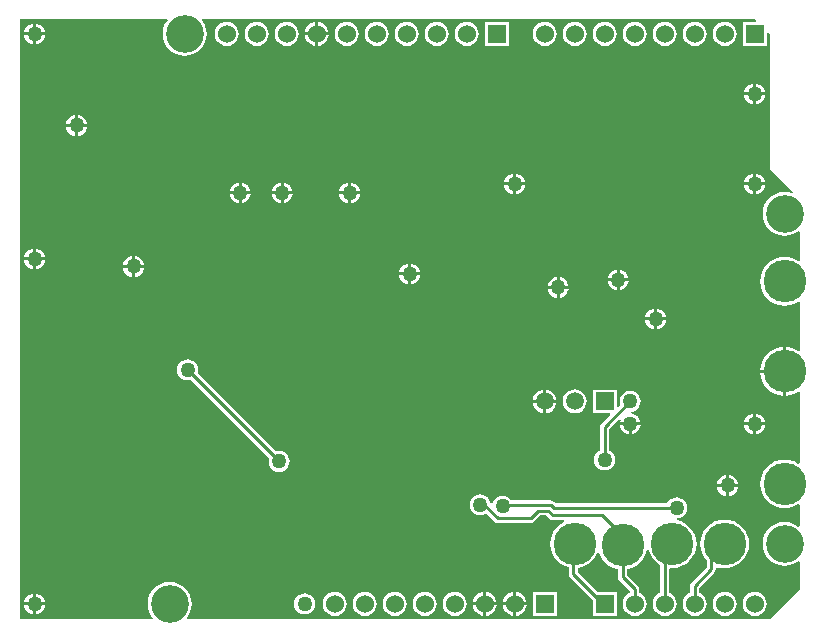
<source format=gbl>
%FSLAX44Y44*%
%MOMM*%
G71*
G01*
G75*
G04 Layer_Physical_Order=2*
G04 Layer_Color=16711680*
G04:AMPARAMS|DCode=10|XSize=0.7112mm|YSize=0.8128mm|CornerRadius=0.0711mm|HoleSize=0mm|Usage=FLASHONLY|Rotation=270.000|XOffset=0mm|YOffset=0mm|HoleType=Round|Shape=RoundedRectangle|*
%AMROUNDEDRECTD10*
21,1,0.7112,0.6706,0,0,270.0*
21,1,0.5690,0.8128,0,0,270.0*
1,1,0.1422,-0.3353,-0.2845*
1,1,0.1422,-0.3353,0.2845*
1,1,0.1422,0.3353,0.2845*
1,1,0.1422,0.3353,-0.2845*
%
%ADD10ROUNDEDRECTD10*%
G04:AMPARAMS|DCode=11|XSize=0.7112mm|YSize=0.8128mm|CornerRadius=0.0711mm|HoleSize=0mm|Usage=FLASHONLY|Rotation=180.000|XOffset=0mm|YOffset=0mm|HoleType=Round|Shape=RoundedRectangle|*
%AMROUNDEDRECTD11*
21,1,0.7112,0.6706,0,0,180.0*
21,1,0.5690,0.8128,0,0,180.0*
1,1,0.1422,-0.2845,0.3353*
1,1,0.1422,0.2845,0.3353*
1,1,0.1422,0.2845,-0.3353*
1,1,0.1422,-0.2845,-0.3353*
%
%ADD11ROUNDEDRECTD11*%
G04:AMPARAMS|DCode=12|XSize=0.75mm|YSize=1.5mm|CornerRadius=0.075mm|HoleSize=0mm|Usage=FLASHONLY|Rotation=90.000|XOffset=0mm|YOffset=0mm|HoleType=Round|Shape=RoundedRectangle|*
%AMROUNDEDRECTD12*
21,1,0.7500,1.3500,0,0,90.0*
21,1,0.6000,1.5000,0,0,90.0*
1,1,0.1500,0.6750,0.3000*
1,1,0.1500,0.6750,-0.3000*
1,1,0.1500,-0.6750,-0.3000*
1,1,0.1500,-0.6750,0.3000*
%
%ADD12ROUNDEDRECTD12*%
%ADD13R,1.2000X1.5000*%
%ADD14R,1.5000X1.2000*%
%ADD15R,1.5000X0.8000*%
%ADD16R,1.7000X1.4000*%
%ADD17R,1.2000X3.0000*%
%ADD18C,0.2540*%
%ADD19C,3.6000*%
%ADD20R,1.5000X1.5000*%
%ADD21C,1.5000*%
%ADD22C,1.5240*%
%ADD23R,1.5240X1.5240*%
%ADD24C,3.2000*%
%ADD25C,1.2700*%
G36*
X636367Y519333D02*
X635881Y518160D01*
X624840D01*
Y497840D01*
X645160D01*
Y508881D01*
X646333Y509367D01*
X647700Y508000D01*
Y393700D01*
X667144Y374255D01*
X666471Y373133D01*
X664035Y373872D01*
X660400Y374230D01*
X656766Y373872D01*
X653271Y372812D01*
X650050Y371090D01*
X647227Y368773D01*
X644910Y365950D01*
X643188Y362729D01*
X642128Y359235D01*
X641770Y355600D01*
X642128Y351965D01*
X643188Y348471D01*
X644910Y345250D01*
X647227Y342427D01*
X650050Y340110D01*
X653271Y338388D01*
X656766Y337328D01*
X660400Y336970D01*
X664035Y337328D01*
X667529Y338388D01*
X670750Y340110D01*
X671952Y341096D01*
X673100Y340553D01*
Y316084D01*
X671952Y315541D01*
X671867Y315611D01*
X668298Y317518D01*
X664426Y318693D01*
X660400Y319089D01*
X656374Y318693D01*
X652502Y317518D01*
X648933Y315611D01*
X645806Y313044D01*
X643239Y309917D01*
X641332Y306348D01*
X640157Y302477D01*
X639761Y298450D01*
X640157Y294424D01*
X641332Y290552D01*
X643239Y286983D01*
X645806Y283856D01*
X648933Y281289D01*
X652502Y279382D01*
X656374Y278207D01*
X660400Y277811D01*
X664426Y278207D01*
X668298Y279382D01*
X671867Y281289D01*
X671952Y281359D01*
X673100Y280816D01*
Y239884D01*
X671952Y239341D01*
X671867Y239411D01*
X668298Y241318D01*
X664426Y242493D01*
X661670Y242764D01*
Y222250D01*
Y201736D01*
X664426Y202007D01*
X668298Y203182D01*
X671867Y205089D01*
X671952Y205159D01*
X673100Y204616D01*
Y144634D01*
X671952Y144091D01*
X671867Y144161D01*
X668298Y146068D01*
X664426Y147243D01*
X660400Y147639D01*
X656374Y147243D01*
X652502Y146068D01*
X648933Y144161D01*
X645806Y141594D01*
X643239Y138467D01*
X641332Y134898D01*
X640157Y131026D01*
X639761Y127000D01*
X640157Y122973D01*
X641332Y119102D01*
X643239Y115533D01*
X645806Y112406D01*
X648933Y109839D01*
X652502Y107932D01*
X656374Y106757D01*
X660400Y106361D01*
X664426Y106757D01*
X668298Y107932D01*
X671867Y109839D01*
X671952Y109909D01*
X673100Y109366D01*
Y91247D01*
X671952Y90704D01*
X670750Y91690D01*
X667529Y93412D01*
X664035Y94472D01*
X660400Y94830D01*
X656766Y94472D01*
X653271Y93412D01*
X650050Y91690D01*
X647227Y89373D01*
X644910Y86550D01*
X643188Y83329D01*
X642128Y79834D01*
X641770Y76200D01*
X642128Y72565D01*
X643188Y69071D01*
X644910Y65850D01*
X647227Y63027D01*
X650050Y60710D01*
X653271Y58988D01*
X656766Y57928D01*
X660400Y57570D01*
X664035Y57928D01*
X667529Y58988D01*
X670750Y60710D01*
X671952Y61696D01*
X673100Y61153D01*
Y38100D01*
X647700Y12700D01*
X154747D01*
X154204Y13848D01*
X155190Y15050D01*
X156912Y18271D01*
X157972Y21765D01*
X158330Y25400D01*
X157972Y29035D01*
X156912Y32529D01*
X155190Y35750D01*
X152873Y38573D01*
X150050Y40890D01*
X146829Y42612D01*
X143335Y43672D01*
X139700Y44030D01*
X136066Y43672D01*
X132571Y42612D01*
X129350Y40890D01*
X126527Y38573D01*
X124210Y35750D01*
X122488Y32529D01*
X121428Y29035D01*
X121070Y25400D01*
X121428Y21765D01*
X122488Y18271D01*
X124210Y15050D01*
X125196Y13848D01*
X124653Y12700D01*
X12700D01*
Y520700D01*
X137353D01*
X137896Y519552D01*
X136910Y518350D01*
X135188Y515129D01*
X134128Y511634D01*
X133770Y508000D01*
X134128Y504366D01*
X135188Y500871D01*
X136910Y497650D01*
X139227Y494827D01*
X142050Y492510D01*
X145271Y490788D01*
X148765Y489728D01*
X152400Y489370D01*
X156034Y489728D01*
X159529Y490788D01*
X162750Y492510D01*
X165573Y494827D01*
X167890Y497650D01*
X169612Y500871D01*
X170672Y504366D01*
X171030Y508000D01*
X170672Y511634D01*
X169612Y515129D01*
X167890Y518350D01*
X166904Y519552D01*
X167447Y520700D01*
X635000D01*
X636367Y519333D01*
D02*
G37*
%LPC*%
G36*
X458470Y206809D02*
Y198120D01*
X467159D01*
X466982Y199471D01*
X465970Y201913D01*
X464361Y204011D01*
X462263Y205620D01*
X459821Y206632D01*
X458470Y206809D01*
D02*
G37*
G36*
X467159Y195580D02*
X458470D01*
Y186891D01*
X459821Y187068D01*
X462263Y188080D01*
X464361Y189689D01*
X465970Y191787D01*
X466982Y194229D01*
X467159Y195580D01*
D02*
G37*
G36*
X455930Y206809D02*
X454579Y206632D01*
X452137Y205620D01*
X450039Y204011D01*
X448430Y201913D01*
X447418Y199471D01*
X447241Y198120D01*
X455930D01*
Y206809D01*
D02*
G37*
G36*
X549910Y265430D02*
X542380D01*
X542519Y264379D01*
X543415Y262217D01*
X544840Y260360D01*
X546697Y258935D01*
X548859Y258039D01*
X549910Y257901D01*
Y265430D01*
D02*
G37*
G36*
X559980D02*
X552450D01*
Y257901D01*
X553501Y258039D01*
X555663Y258935D01*
X557520Y260360D01*
X558945Y262217D01*
X559841Y264379D01*
X559980Y265430D01*
D02*
G37*
G36*
X659130Y220980D02*
X639886D01*
X640157Y218223D01*
X641332Y214352D01*
X643239Y210783D01*
X645806Y207656D01*
X648933Y205089D01*
X652502Y203182D01*
X656374Y202007D01*
X659130Y201736D01*
Y220980D01*
D02*
G37*
G36*
Y242764D02*
X656374Y242493D01*
X652502Y241318D01*
X648933Y239411D01*
X645806Y236844D01*
X643239Y233717D01*
X641332Y230148D01*
X640157Y226276D01*
X639886Y223520D01*
X659130D01*
Y242764D01*
D02*
G37*
G36*
X518040Y206890D02*
X497960D01*
Y186810D01*
X512397D01*
X512883Y185637D01*
X505253Y178007D01*
X504411Y176747D01*
X504115Y175260D01*
Y155333D01*
X503517Y155085D01*
X501660Y153660D01*
X500235Y151803D01*
X499339Y149641D01*
X499033Y147320D01*
X499339Y144999D01*
X500235Y142837D01*
X501660Y140980D01*
X503517Y139555D01*
X505679Y138659D01*
X508000Y138353D01*
X510321Y138659D01*
X512483Y139555D01*
X514340Y140980D01*
X515765Y142837D01*
X516661Y144999D01*
X516967Y147320D01*
X516661Y149641D01*
X515765Y151803D01*
X514340Y153660D01*
X512483Y155085D01*
X511885Y155333D01*
Y173651D01*
X520402Y182169D01*
X521479Y181449D01*
X520929Y180121D01*
X520790Y179070D01*
X538390D01*
X538251Y180121D01*
X537355Y182283D01*
X535930Y184140D01*
X534073Y185565D01*
X531911Y186461D01*
X530235Y186682D01*
X530214Y186684D01*
Y186795D01*
Y186798D01*
Y186811D01*
Y186822D01*
Y186834D01*
Y186847D01*
Y186849D01*
Y187801D01*
Y187803D01*
Y187816D01*
Y187828D01*
Y187839D01*
Y187852D01*
Y187855D01*
Y187966D01*
X530235Y187968D01*
X531911Y188189D01*
X534073Y189085D01*
X535930Y190510D01*
X537355Y192367D01*
X538251Y194529D01*
X538557Y196850D01*
X538251Y199171D01*
X537355Y201333D01*
X535930Y203190D01*
X534073Y204615D01*
X531911Y205511D01*
X529590Y205817D01*
X527269Y205511D01*
X525107Y204615D01*
X523250Y203190D01*
X521825Y201333D01*
X520929Y199171D01*
X520623Y196850D01*
X520929Y194529D01*
X521177Y193930D01*
X519213Y191967D01*
X518040Y192453D01*
Y206890D01*
D02*
G37*
G36*
X643800Y176530D02*
X636270D01*
Y169000D01*
X637321Y169139D01*
X639483Y170035D01*
X641340Y171460D01*
X642765Y173317D01*
X643661Y175479D01*
X643800Y176530D01*
D02*
G37*
G36*
X633730D02*
X626200D01*
X626339Y175479D01*
X627235Y173317D01*
X628660Y171460D01*
X630517Y170035D01*
X632679Y169139D01*
X633730Y169000D01*
Y176530D01*
D02*
G37*
G36*
Y186600D02*
X632679Y186461D01*
X630517Y185565D01*
X628660Y184140D01*
X627235Y182283D01*
X626339Y180121D01*
X626200Y179070D01*
X633730D01*
Y186600D01*
D02*
G37*
G36*
X455930Y195580D02*
X447241D01*
X447418Y194229D01*
X448430Y191787D01*
X450039Y189689D01*
X452137Y188080D01*
X454579Y187068D01*
X455930Y186891D01*
Y195580D01*
D02*
G37*
G36*
X482600Y206977D02*
X479979Y206632D01*
X477537Y205620D01*
X475439Y204011D01*
X473830Y201913D01*
X472818Y199471D01*
X472473Y196850D01*
X472818Y194229D01*
X473830Y191787D01*
X475439Y189689D01*
X477537Y188080D01*
X479979Y187068D01*
X482600Y186723D01*
X485221Y187068D01*
X487663Y188080D01*
X489761Y189689D01*
X491370Y191787D01*
X492382Y194229D01*
X492727Y196850D01*
X492382Y199471D01*
X491370Y201913D01*
X489761Y204011D01*
X487663Y205620D01*
X485221Y206632D01*
X482600Y206977D01*
D02*
G37*
G36*
X636270Y186600D02*
Y179070D01*
X643800D01*
X643661Y180121D01*
X642765Y182283D01*
X641340Y184140D01*
X639483Y185565D01*
X637321Y186461D01*
X636270Y186600D01*
D02*
G37*
G36*
X518160Y308519D02*
X517109Y308381D01*
X514947Y307485D01*
X513090Y306060D01*
X511665Y304203D01*
X510769Y302041D01*
X510630Y300990D01*
X518160D01*
Y308519D01*
D02*
G37*
G36*
X351699Y303530D02*
X344170D01*
Y296000D01*
X345221Y296139D01*
X347383Y297035D01*
X349240Y298460D01*
X350665Y300317D01*
X351561Y302479D01*
X351699Y303530D01*
D02*
G37*
G36*
X341630D02*
X334100D01*
X334239Y302479D01*
X335135Y300317D01*
X336560Y298460D01*
X338417Y297035D01*
X340579Y296139D01*
X341630Y296000D01*
Y303530D01*
D02*
G37*
G36*
X520700Y308519D02*
Y300990D01*
X528229D01*
X528091Y302041D01*
X527195Y304203D01*
X525770Y306060D01*
X523913Y307485D01*
X521751Y308381D01*
X520700Y308519D01*
D02*
G37*
G36*
X341630Y313599D02*
X340579Y313461D01*
X338417Y312565D01*
X336560Y311140D01*
X335135Y309283D01*
X334239Y307121D01*
X334100Y306070D01*
X341630D01*
Y313599D01*
D02*
G37*
G36*
X118020Y309880D02*
X110490D01*
Y302351D01*
X111541Y302489D01*
X113703Y303385D01*
X115560Y304810D01*
X116985Y306667D01*
X117881Y308829D01*
X118020Y309880D01*
D02*
G37*
G36*
X107950D02*
X100421D01*
X100559Y308829D01*
X101455Y306667D01*
X102880Y304810D01*
X104737Y303385D01*
X106899Y302489D01*
X107950Y302351D01*
Y309880D01*
D02*
G37*
G36*
X469900Y302169D02*
Y294640D01*
X477430D01*
X477291Y295691D01*
X476395Y297853D01*
X474970Y299710D01*
X473113Y301135D01*
X470951Y302031D01*
X469900Y302169D01*
D02*
G37*
G36*
X467360Y292100D02*
X459831D01*
X459969Y291049D01*
X460865Y288887D01*
X462290Y287030D01*
X464147Y285605D01*
X466309Y284709D01*
X467360Y284571D01*
Y292100D01*
D02*
G37*
G36*
X552450Y275499D02*
Y267970D01*
X559980D01*
X559841Y269021D01*
X558945Y271183D01*
X557520Y273040D01*
X555663Y274465D01*
X553501Y275361D01*
X552450Y275499D01*
D02*
G37*
G36*
X549910D02*
X548859Y275361D01*
X546697Y274465D01*
X544840Y273040D01*
X543415Y271183D01*
X542519Y269021D01*
X542380Y267970D01*
X549910D01*
Y275499D01*
D02*
G37*
G36*
X477430Y292100D02*
X469900D01*
Y284571D01*
X470951Y284709D01*
X473113Y285605D01*
X474970Y287030D01*
X476395Y288887D01*
X477291Y291049D01*
X477430Y292100D01*
D02*
G37*
G36*
X467360Y302169D02*
X466309Y302031D01*
X464147Y301135D01*
X462290Y299710D01*
X460865Y297853D01*
X459969Y295691D01*
X459831Y294640D01*
X467360D01*
Y302169D01*
D02*
G37*
G36*
X528229Y298450D02*
X520700D01*
Y290921D01*
X521751Y291059D01*
X523913Y291955D01*
X525770Y293380D01*
X527195Y295237D01*
X528091Y297399D01*
X528229Y298450D01*
D02*
G37*
G36*
X518160D02*
X510630D01*
X510769Y297399D01*
X511665Y295237D01*
X513090Y293380D01*
X514947Y291955D01*
X517109Y291059D01*
X518160Y290921D01*
Y298450D01*
D02*
G37*
G36*
X538390Y176530D02*
X530860D01*
Y169000D01*
X531911Y169139D01*
X534073Y170035D01*
X535930Y171460D01*
X537355Y173317D01*
X538251Y175479D01*
X538390Y176530D01*
D02*
G37*
G36*
X416480Y24130D02*
X407670D01*
Y15319D01*
X409052Y15502D01*
X411524Y16525D01*
X413646Y18154D01*
X415275Y20276D01*
X416298Y22748D01*
X416480Y24130D01*
D02*
G37*
G36*
X405130D02*
X396320D01*
X396502Y22748D01*
X397525Y20276D01*
X399154Y18154D01*
X401276Y16525D01*
X403748Y15502D01*
X405130Y15319D01*
Y24130D01*
D02*
G37*
G36*
X467360Y35560D02*
X447040D01*
Y15240D01*
X467360D01*
Y35560D01*
D02*
G37*
G36*
X430530Y24130D02*
X421720D01*
X421902Y22748D01*
X422925Y20276D01*
X424554Y18154D01*
X426676Y16525D01*
X429148Y15502D01*
X430530Y15319D01*
Y24130D01*
D02*
G37*
G36*
X24130D02*
X16601D01*
X16739Y23079D01*
X17635Y20917D01*
X19060Y19060D01*
X20917Y17635D01*
X23079Y16739D01*
X24130Y16601D01*
Y24130D01*
D02*
G37*
G36*
X254000Y34367D02*
X251679Y34061D01*
X249517Y33165D01*
X247660Y31740D01*
X246235Y29883D01*
X245339Y27721D01*
X245033Y25400D01*
X245339Y23079D01*
X246235Y20917D01*
X247660Y19060D01*
X249517Y17635D01*
X251679Y16739D01*
X254000Y16433D01*
X256321Y16739D01*
X258483Y17635D01*
X260340Y19060D01*
X261765Y20917D01*
X262661Y23079D01*
X262967Y25400D01*
X262661Y27721D01*
X261765Y29883D01*
X260340Y31740D01*
X258483Y33165D01*
X256321Y34061D01*
X254000Y34367D01*
D02*
G37*
G36*
X441880Y24130D02*
X433070D01*
Y15319D01*
X434452Y15502D01*
X436924Y16525D01*
X439046Y18154D01*
X440675Y20276D01*
X441698Y22748D01*
X441880Y24130D01*
D02*
G37*
G36*
X330200Y35648D02*
X327548Y35299D01*
X325076Y34275D01*
X322954Y32646D01*
X321325Y30524D01*
X320302Y28052D01*
X319952Y25400D01*
X320302Y22748D01*
X321325Y20276D01*
X322954Y18154D01*
X325076Y16525D01*
X327548Y15502D01*
X330200Y15152D01*
X332852Y15502D01*
X335324Y16525D01*
X337446Y18154D01*
X339075Y20276D01*
X340098Y22748D01*
X340448Y25400D01*
X340098Y28052D01*
X339075Y30524D01*
X337446Y32646D01*
X335324Y34275D01*
X332852Y35299D01*
X330200Y35648D01*
D02*
G37*
G36*
X304800D02*
X302148Y35299D01*
X299676Y34275D01*
X297554Y32646D01*
X295925Y30524D01*
X294902Y28052D01*
X294552Y25400D01*
X294902Y22748D01*
X295925Y20276D01*
X297554Y18154D01*
X299676Y16525D01*
X302148Y15502D01*
X304800Y15152D01*
X307452Y15502D01*
X309924Y16525D01*
X312046Y18154D01*
X313675Y20276D01*
X314699Y22748D01*
X315048Y25400D01*
X314699Y28052D01*
X313675Y30524D01*
X312046Y32646D01*
X309924Y34275D01*
X307452Y35299D01*
X304800Y35648D01*
D02*
G37*
G36*
X279400D02*
X276748Y35299D01*
X274276Y34275D01*
X272154Y32646D01*
X270525Y30524D01*
X269501Y28052D01*
X269152Y25400D01*
X269501Y22748D01*
X270525Y20276D01*
X272154Y18154D01*
X274276Y16525D01*
X276748Y15502D01*
X279400Y15152D01*
X282052Y15502D01*
X284524Y16525D01*
X286646Y18154D01*
X288275Y20276D01*
X289298Y22748D01*
X289648Y25400D01*
X289298Y28052D01*
X288275Y30524D01*
X286646Y32646D01*
X284524Y34275D01*
X282052Y35299D01*
X279400Y35648D01*
D02*
G37*
G36*
X355600D02*
X352948Y35299D01*
X350476Y34275D01*
X348354Y32646D01*
X346725Y30524D01*
X345701Y28052D01*
X345352Y25400D01*
X345701Y22748D01*
X346725Y20276D01*
X348354Y18154D01*
X350476Y16525D01*
X352948Y15502D01*
X355600Y15152D01*
X358252Y15502D01*
X360724Y16525D01*
X362846Y18154D01*
X364475Y20276D01*
X365499Y22748D01*
X365848Y25400D01*
X365499Y28052D01*
X364475Y30524D01*
X362846Y32646D01*
X360724Y34275D01*
X358252Y35299D01*
X355600Y35648D01*
D02*
G37*
G36*
X635000D02*
X632348Y35299D01*
X629876Y34275D01*
X627754Y32646D01*
X626125Y30524D01*
X625102Y28052D01*
X624752Y25400D01*
X625102Y22748D01*
X626125Y20276D01*
X627754Y18154D01*
X629876Y16525D01*
X632348Y15502D01*
X635000Y15152D01*
X637652Y15502D01*
X640124Y16525D01*
X642246Y18154D01*
X643875Y20276D01*
X644899Y22748D01*
X645248Y25400D01*
X644899Y28052D01*
X643875Y30524D01*
X642246Y32646D01*
X640124Y34275D01*
X637652Y35299D01*
X635000Y35648D01*
D02*
G37*
G36*
X609600D02*
X606948Y35299D01*
X604476Y34275D01*
X602354Y32646D01*
X600725Y30524D01*
X599701Y28052D01*
X599352Y25400D01*
X599701Y22748D01*
X600725Y20276D01*
X602354Y18154D01*
X604476Y16525D01*
X606948Y15502D01*
X609600Y15152D01*
X612252Y15502D01*
X614724Y16525D01*
X616846Y18154D01*
X618475Y20276D01*
X619498Y22748D01*
X619848Y25400D01*
X619498Y28052D01*
X618475Y30524D01*
X616846Y32646D01*
X614724Y34275D01*
X612252Y35299D01*
X609600Y35648D01*
D02*
G37*
G36*
X381000D02*
X378348Y35299D01*
X375876Y34275D01*
X373754Y32646D01*
X372125Y30524D01*
X371101Y28052D01*
X370752Y25400D01*
X371101Y22748D01*
X372125Y20276D01*
X373754Y18154D01*
X375876Y16525D01*
X378348Y15502D01*
X381000Y15152D01*
X383652Y15502D01*
X386124Y16525D01*
X388246Y18154D01*
X389875Y20276D01*
X390899Y22748D01*
X391248Y25400D01*
X390899Y28052D01*
X389875Y30524D01*
X388246Y32646D01*
X386124Y34275D01*
X383652Y35299D01*
X381000Y35648D01*
D02*
G37*
G36*
X34200Y24130D02*
X26670D01*
Y16601D01*
X27721Y16739D01*
X29883Y17635D01*
X31740Y19060D01*
X33165Y20917D01*
X34061Y23079D01*
X34200Y24130D01*
D02*
G37*
G36*
X620939Y124460D02*
X613410D01*
Y116931D01*
X614461Y117069D01*
X616623Y117965D01*
X618480Y119390D01*
X619905Y121247D01*
X620801Y123409D01*
X620939Y124460D01*
D02*
G37*
G36*
X610870D02*
X603340D01*
X603479Y123409D01*
X604375Y121247D01*
X605800Y119390D01*
X607657Y117965D01*
X609819Y117069D01*
X610870Y116931D01*
Y124460D01*
D02*
G37*
G36*
X609600Y96839D02*
X605574Y96443D01*
X601702Y95268D01*
X598133Y93361D01*
X595006Y90794D01*
X592439Y87667D01*
X590532Y84098D01*
X589357Y80226D01*
X588961Y76200D01*
X589357Y72174D01*
X590532Y68302D01*
X592439Y64733D01*
X594285Y62484D01*
Y56219D01*
X581453Y43387D01*
X580611Y42127D01*
X580315Y40640D01*
Y34788D01*
X579076Y34275D01*
X576954Y32646D01*
X575325Y30524D01*
X574301Y28052D01*
X573952Y25400D01*
X574301Y22748D01*
X575325Y20276D01*
X576954Y18154D01*
X579076Y16525D01*
X581548Y15502D01*
X584200Y15152D01*
X586852Y15502D01*
X589324Y16525D01*
X591446Y18154D01*
X593075Y20276D01*
X594099Y22748D01*
X594448Y25400D01*
X594099Y28052D01*
X593075Y30524D01*
X591446Y32646D01*
X589324Y34275D01*
X588085Y34788D01*
Y39031D01*
X600917Y51863D01*
X601759Y53123D01*
X601808Y53370D01*
X602055Y54610D01*
Y55959D01*
X603075Y56715D01*
X605574Y55957D01*
X609600Y55561D01*
X613627Y55957D01*
X617498Y57132D01*
X621067Y59039D01*
X624194Y61606D01*
X626761Y64733D01*
X628668Y68302D01*
X629843Y72174D01*
X630239Y76200D01*
X629843Y80226D01*
X628668Y84098D01*
X626761Y87667D01*
X624194Y90794D01*
X621067Y93361D01*
X617498Y95268D01*
X613627Y96443D01*
X609600Y96839D01*
D02*
G37*
G36*
X610870Y134529D02*
X609819Y134391D01*
X607657Y133495D01*
X605800Y132070D01*
X604375Y130213D01*
X603479Y128051D01*
X603340Y127000D01*
X610870D01*
Y134529D01*
D02*
G37*
G36*
X528320Y176530D02*
X520790D01*
X520929Y175479D01*
X521825Y173317D01*
X523250Y171460D01*
X525107Y170035D01*
X527269Y169139D01*
X528320Y169000D01*
Y176530D01*
D02*
G37*
G36*
X154940Y232487D02*
X152619Y232181D01*
X150457Y231285D01*
X148600Y229860D01*
X147175Y228003D01*
X146279Y225841D01*
X145973Y223520D01*
X146279Y221199D01*
X147175Y219037D01*
X148600Y217180D01*
X150457Y215755D01*
X152619Y214859D01*
X154940Y214553D01*
X157261Y214859D01*
X157859Y215107D01*
X223997Y148969D01*
X223749Y148371D01*
X223443Y146050D01*
X223749Y143729D01*
X224645Y141567D01*
X226070Y139710D01*
X227927Y138285D01*
X230089Y137389D01*
X232410Y137083D01*
X234731Y137389D01*
X236893Y138285D01*
X238750Y139710D01*
X240175Y141567D01*
X241071Y143729D01*
X241377Y146050D01*
X241071Y148371D01*
X240175Y150533D01*
X238750Y152390D01*
X236893Y153815D01*
X234731Y154711D01*
X232410Y155017D01*
X230089Y154711D01*
X229491Y154463D01*
X163353Y220600D01*
X163601Y221199D01*
X163907Y223520D01*
X163601Y225841D01*
X162705Y228003D01*
X161280Y229860D01*
X159423Y231285D01*
X157261Y232181D01*
X154940Y232487D01*
D02*
G37*
G36*
X613410Y134529D02*
Y127000D01*
X620939D01*
X620801Y128051D01*
X619905Y130213D01*
X618480Y132070D01*
X616623Y133495D01*
X614461Y134391D01*
X613410Y134529D01*
D02*
G37*
G36*
X405130Y35480D02*
X403748Y35299D01*
X401276Y34275D01*
X399154Y32646D01*
X397525Y30524D01*
X396502Y28052D01*
X396320Y26670D01*
X405130D01*
Y35480D01*
D02*
G37*
G36*
X26670Y34200D02*
Y26670D01*
X34200D01*
X34061Y27721D01*
X33165Y29883D01*
X31740Y31740D01*
X29883Y33165D01*
X27721Y34061D01*
X26670Y34200D01*
D02*
G37*
G36*
X24130D02*
X23079Y34061D01*
X20917Y33165D01*
X19060Y31740D01*
X17635Y29883D01*
X16739Y27721D01*
X16601Y26670D01*
X24130D01*
Y34200D01*
D02*
G37*
G36*
X407670Y35480D02*
Y26670D01*
X416480D01*
X416298Y28052D01*
X415275Y30524D01*
X413646Y32646D01*
X411524Y34275D01*
X409052Y35299D01*
X407670Y35480D01*
D02*
G37*
G36*
X402590Y118187D02*
X400269Y117881D01*
X398107Y116985D01*
X396250Y115560D01*
X394825Y113703D01*
X393929Y111541D01*
X393623Y109220D01*
X393929Y106899D01*
X394825Y104737D01*
X396250Y102880D01*
X398107Y101455D01*
X400269Y100559D01*
X402590Y100253D01*
X404911Y100559D01*
X407073Y101455D01*
X407752Y101976D01*
X414685Y95043D01*
X415945Y94201D01*
X417432Y93905D01*
X445372D01*
X446858Y94201D01*
X448119Y95043D01*
X453331Y100255D01*
X458529D01*
X461202Y97583D01*
X462462Y96741D01*
X463948Y96445D01*
X473704D01*
X473844Y96250D01*
X473462Y94606D01*
X471133Y93361D01*
X468006Y90794D01*
X465439Y87667D01*
X463532Y84098D01*
X462357Y80226D01*
X461961Y76200D01*
X462357Y72174D01*
X463532Y68302D01*
X465439Y64733D01*
X468006Y61606D01*
X471133Y59039D01*
X474702Y57132D01*
X477445Y56299D01*
Y50800D01*
X477741Y49313D01*
X478583Y48053D01*
X497840Y28796D01*
Y15240D01*
X518160D01*
Y35560D01*
X502064D01*
X485215Y52409D01*
Y55818D01*
X486627Y55957D01*
X490498Y57132D01*
X494067Y59039D01*
X497194Y61606D01*
X499761Y64733D01*
X501668Y68302D01*
X502062Y69599D01*
X503389D01*
X504168Y67032D01*
X506075Y63463D01*
X508642Y60336D01*
X511769Y57769D01*
X515337Y55862D01*
X519209Y54687D01*
X519351Y54673D01*
Y48264D01*
X519647Y46778D01*
X520489Y45517D01*
X529515Y36491D01*
Y34788D01*
X528276Y34275D01*
X526154Y32646D01*
X524525Y30524D01*
X523502Y28052D01*
X523152Y25400D01*
X523502Y22748D01*
X524525Y20276D01*
X526154Y18154D01*
X528276Y16525D01*
X530748Y15502D01*
X533400Y15152D01*
X536052Y15502D01*
X538524Y16525D01*
X540646Y18154D01*
X542275Y20276D01*
X543298Y22748D01*
X543648Y25400D01*
X543298Y28052D01*
X542275Y30524D01*
X540646Y32646D01*
X538524Y34275D01*
X537285Y34788D01*
Y38100D01*
X536989Y39587D01*
X536147Y40847D01*
X527121Y49873D01*
Y54673D01*
X527262Y54687D01*
X531134Y55862D01*
X534702Y57769D01*
X537830Y60336D01*
X540397Y63463D01*
X542304Y67032D01*
X543479Y70904D01*
X543617Y72312D01*
X544894D01*
X544907Y72174D01*
X546082Y68302D01*
X547989Y64733D01*
X550556Y61606D01*
X553683Y59039D01*
X554915Y58380D01*
Y34788D01*
X553676Y34275D01*
X551554Y32646D01*
X549925Y30524D01*
X548901Y28052D01*
X548552Y25400D01*
X548901Y22748D01*
X549925Y20276D01*
X551554Y18154D01*
X553676Y16525D01*
X556148Y15502D01*
X558800Y15152D01*
X561452Y15502D01*
X563924Y16525D01*
X566046Y18154D01*
X567675Y20276D01*
X568699Y22748D01*
X569048Y25400D01*
X568699Y28052D01*
X567675Y30524D01*
X566046Y32646D01*
X563924Y34275D01*
X562685Y34788D01*
Y54858D01*
X563626Y55711D01*
X565150Y55561D01*
X569176Y55957D01*
X573048Y57132D01*
X576617Y59039D01*
X579744Y61606D01*
X582311Y64733D01*
X584218Y68302D01*
X585393Y72174D01*
X585789Y76200D01*
X585393Y80226D01*
X584218Y84098D01*
X582311Y87667D01*
X579744Y90794D01*
X576617Y93361D01*
X573048Y95268D01*
X569263Y96417D01*
X569189Y96439D01*
X569175Y96444D01*
X569160Y96459D01*
X569220Y97265D01*
X569286Y97473D01*
X569418Y97774D01*
X570573Y97926D01*
X571281Y98019D01*
X573443Y98915D01*
X575300Y100340D01*
X576725Y102197D01*
X577621Y104359D01*
X577927Y106680D01*
X577621Y109001D01*
X576725Y111163D01*
X575300Y113020D01*
X573443Y114445D01*
X571281Y115341D01*
X568960Y115647D01*
X566639Y115341D01*
X564477Y114445D01*
X562620Y113020D01*
X561195Y111163D01*
X560947Y110565D01*
X466392D01*
X464989Y111967D01*
X463729Y112809D01*
X462243Y113105D01*
X428890D01*
X427980Y114290D01*
X426123Y115715D01*
X423961Y116611D01*
X421640Y116917D01*
X419319Y116611D01*
X417157Y115715D01*
X415300Y114290D01*
X413875Y112433D01*
X413161Y110711D01*
X412046Y110174D01*
X411680Y110136D01*
X411414Y110301D01*
X411251Y111541D01*
X410355Y113703D01*
X408930Y115560D01*
X407073Y116985D01*
X404911Y117881D01*
X402590Y118187D01*
D02*
G37*
G36*
X433070Y35480D02*
Y26670D01*
X441880D01*
X441698Y28052D01*
X440675Y30524D01*
X439046Y32646D01*
X436924Y34275D01*
X434452Y35299D01*
X433070Y35480D01*
D02*
G37*
G36*
X430530D02*
X429148Y35299D01*
X426676Y34275D01*
X424554Y32646D01*
X422925Y30524D01*
X421902Y28052D01*
X421720Y26670D01*
X430530D01*
Y35480D01*
D02*
G37*
G36*
X314960Y518248D02*
X312308Y517898D01*
X309836Y516875D01*
X307714Y515246D01*
X306085Y513124D01*
X305061Y510652D01*
X304712Y508000D01*
X305061Y505348D01*
X306085Y502876D01*
X307714Y500754D01*
X309836Y499125D01*
X312308Y498102D01*
X314960Y497752D01*
X317612Y498102D01*
X320084Y499125D01*
X322206Y500754D01*
X323835Y502876D01*
X324859Y505348D01*
X325208Y508000D01*
X324859Y510652D01*
X323835Y513124D01*
X322206Y515246D01*
X320084Y516875D01*
X317612Y517898D01*
X314960Y518248D01*
D02*
G37*
G36*
X289560D02*
X286908Y517898D01*
X284436Y516875D01*
X282314Y515246D01*
X280685Y513124D01*
X279662Y510652D01*
X279312Y508000D01*
X279662Y505348D01*
X280685Y502876D01*
X282314Y500754D01*
X284436Y499125D01*
X286908Y498102D01*
X289560Y497752D01*
X292212Y498102D01*
X294684Y499125D01*
X296806Y500754D01*
X298435Y502876D01*
X299459Y505348D01*
X299808Y508000D01*
X299459Y510652D01*
X298435Y513124D01*
X296806Y515246D01*
X294684Y516875D01*
X292212Y517898D01*
X289560Y518248D01*
D02*
G37*
G36*
X238760D02*
X236108Y517898D01*
X233636Y516875D01*
X231514Y515246D01*
X229885Y513124D01*
X228862Y510652D01*
X228512Y508000D01*
X228862Y505348D01*
X229885Y502876D01*
X231514Y500754D01*
X233636Y499125D01*
X236108Y498102D01*
X238760Y497752D01*
X241412Y498102D01*
X243884Y499125D01*
X246006Y500754D01*
X247635Y502876D01*
X248659Y505348D01*
X249008Y508000D01*
X248659Y510652D01*
X247635Y513124D01*
X246006Y515246D01*
X243884Y516875D01*
X241412Y517898D01*
X238760Y518248D01*
D02*
G37*
G36*
X340360D02*
X337708Y517898D01*
X335236Y516875D01*
X333114Y515246D01*
X331485Y513124D01*
X330462Y510652D01*
X330112Y508000D01*
X330462Y505348D01*
X331485Y502876D01*
X333114Y500754D01*
X335236Y499125D01*
X337708Y498102D01*
X340360Y497752D01*
X343012Y498102D01*
X345484Y499125D01*
X347606Y500754D01*
X349235Y502876D01*
X350258Y505348D01*
X350608Y508000D01*
X350258Y510652D01*
X349235Y513124D01*
X347606Y515246D01*
X345484Y516875D01*
X343012Y517898D01*
X340360Y518248D01*
D02*
G37*
G36*
X457200D02*
X454548Y517898D01*
X452076Y516875D01*
X449954Y515246D01*
X448325Y513124D01*
X447301Y510652D01*
X446952Y508000D01*
X447301Y505348D01*
X448325Y502876D01*
X449954Y500754D01*
X452076Y499125D01*
X454548Y498102D01*
X457200Y497752D01*
X459852Y498102D01*
X462324Y499125D01*
X464446Y500754D01*
X466075Y502876D01*
X467099Y505348D01*
X467448Y508000D01*
X467099Y510652D01*
X466075Y513124D01*
X464446Y515246D01*
X462324Y516875D01*
X459852Y517898D01*
X457200Y518248D01*
D02*
G37*
G36*
X391160D02*
X388508Y517898D01*
X386036Y516875D01*
X383914Y515246D01*
X382285Y513124D01*
X381261Y510652D01*
X380912Y508000D01*
X381261Y505348D01*
X382285Y502876D01*
X383914Y500754D01*
X386036Y499125D01*
X388508Y498102D01*
X391160Y497752D01*
X393812Y498102D01*
X396284Y499125D01*
X398406Y500754D01*
X400035Y502876D01*
X401059Y505348D01*
X401408Y508000D01*
X401059Y510652D01*
X400035Y513124D01*
X398406Y515246D01*
X396284Y516875D01*
X393812Y517898D01*
X391160Y518248D01*
D02*
G37*
G36*
X365760D02*
X363108Y517898D01*
X360636Y516875D01*
X358514Y515246D01*
X356885Y513124D01*
X355862Y510652D01*
X355512Y508000D01*
X355862Y505348D01*
X356885Y502876D01*
X358514Y500754D01*
X360636Y499125D01*
X363108Y498102D01*
X365760Y497752D01*
X368412Y498102D01*
X370884Y499125D01*
X373006Y500754D01*
X374635Y502876D01*
X375658Y505348D01*
X376008Y508000D01*
X375658Y510652D01*
X374635Y513124D01*
X373006Y515246D01*
X370884Y516875D01*
X368412Y517898D01*
X365760Y518248D01*
D02*
G37*
G36*
X643800Y455930D02*
X636270D01*
Y448400D01*
X637321Y448539D01*
X639483Y449435D01*
X641340Y450860D01*
X642765Y452717D01*
X643661Y454879D01*
X643800Y455930D01*
D02*
G37*
G36*
X633730D02*
X626200D01*
X626339Y454879D01*
X627235Y452717D01*
X628660Y450860D01*
X630517Y449435D01*
X632679Y448539D01*
X633730Y448400D01*
Y455930D01*
D02*
G37*
G36*
X62230Y439329D02*
Y431800D01*
X69759D01*
X69621Y432851D01*
X68725Y435013D01*
X67300Y436870D01*
X65443Y438295D01*
X63281Y439191D01*
X62230Y439329D01*
D02*
G37*
G36*
X633730Y465999D02*
X632679Y465861D01*
X630517Y464965D01*
X628660Y463540D01*
X627235Y461683D01*
X626339Y459521D01*
X626200Y458470D01*
X633730D01*
Y465999D01*
D02*
G37*
G36*
X213360Y518248D02*
X210708Y517898D01*
X208236Y516875D01*
X206114Y515246D01*
X204485Y513124D01*
X203461Y510652D01*
X203112Y508000D01*
X203461Y505348D01*
X204485Y502876D01*
X206114Y500754D01*
X208236Y499125D01*
X210708Y498102D01*
X213360Y497752D01*
X216012Y498102D01*
X218484Y499125D01*
X220606Y500754D01*
X222235Y502876D01*
X223258Y505348D01*
X223608Y508000D01*
X223258Y510652D01*
X222235Y513124D01*
X220606Y515246D01*
X218484Y516875D01*
X216012Y517898D01*
X213360Y518248D01*
D02*
G37*
G36*
X187960D02*
X185308Y517898D01*
X182836Y516875D01*
X180714Y515246D01*
X179085Y513124D01*
X178062Y510652D01*
X177712Y508000D01*
X178062Y505348D01*
X179085Y502876D01*
X180714Y500754D01*
X182836Y499125D01*
X185308Y498102D01*
X187960Y497752D01*
X190612Y498102D01*
X193084Y499125D01*
X195206Y500754D01*
X196835Y502876D01*
X197859Y505348D01*
X198208Y508000D01*
X197859Y510652D01*
X196835Y513124D01*
X195206Y515246D01*
X193084Y516875D01*
X190612Y517898D01*
X187960Y518248D01*
D02*
G37*
G36*
X636270Y465999D02*
Y458470D01*
X643800D01*
X643661Y459521D01*
X642765Y461683D01*
X641340Y463540D01*
X639483Y464965D01*
X637321Y465861D01*
X636270Y465999D01*
D02*
G37*
G36*
X482600Y518248D02*
X479948Y517898D01*
X477476Y516875D01*
X475354Y515246D01*
X473725Y513124D01*
X472701Y510652D01*
X472352Y508000D01*
X472701Y505348D01*
X473725Y502876D01*
X475354Y500754D01*
X477476Y499125D01*
X479948Y498102D01*
X482600Y497752D01*
X485252Y498102D01*
X487724Y499125D01*
X489846Y500754D01*
X491475Y502876D01*
X492499Y505348D01*
X492848Y508000D01*
X492499Y510652D01*
X491475Y513124D01*
X489846Y515246D01*
X487724Y516875D01*
X485252Y517898D01*
X482600Y518248D01*
D02*
G37*
G36*
X34200Y506730D02*
X26670D01*
Y499201D01*
X27721Y499339D01*
X29883Y500235D01*
X31740Y501660D01*
X33165Y503517D01*
X34061Y505679D01*
X34200Y506730D01*
D02*
G37*
G36*
X24130D02*
X16601D01*
X16739Y505679D01*
X17635Y503517D01*
X19060Y501660D01*
X20917Y500235D01*
X23079Y499339D01*
X24130Y499201D01*
Y506730D01*
D02*
G37*
G36*
X274240D02*
X265430D01*
Y497920D01*
X266812Y498102D01*
X269284Y499125D01*
X271406Y500754D01*
X273035Y502876D01*
X274058Y505348D01*
X274240Y506730D01*
D02*
G37*
G36*
X24130Y516800D02*
X23079Y516661D01*
X20917Y515765D01*
X19060Y514340D01*
X17635Y512483D01*
X16739Y510321D01*
X16601Y509270D01*
X24130D01*
Y516800D01*
D02*
G37*
G36*
X265430Y518080D02*
Y509270D01*
X274240D01*
X274058Y510652D01*
X273035Y513124D01*
X271406Y515246D01*
X269284Y516875D01*
X266812Y517898D01*
X265430Y518080D01*
D02*
G37*
G36*
X262890D02*
X261508Y517898D01*
X259036Y516875D01*
X256914Y515246D01*
X255285Y513124D01*
X254261Y510652D01*
X254079Y509270D01*
X262890D01*
Y518080D01*
D02*
G37*
G36*
X26670Y516800D02*
Y509270D01*
X34200D01*
X34061Y510321D01*
X33165Y512483D01*
X31740Y514340D01*
X29883Y515765D01*
X27721Y516661D01*
X26670Y516800D01*
D02*
G37*
G36*
X558800Y518248D02*
X556148Y517898D01*
X553676Y516875D01*
X551554Y515246D01*
X549925Y513124D01*
X548901Y510652D01*
X548552Y508000D01*
X548901Y505348D01*
X549925Y502876D01*
X551554Y500754D01*
X553676Y499125D01*
X556148Y498102D01*
X558800Y497752D01*
X561452Y498102D01*
X563924Y499125D01*
X566046Y500754D01*
X567675Y502876D01*
X568699Y505348D01*
X569048Y508000D01*
X568699Y510652D01*
X567675Y513124D01*
X566046Y515246D01*
X563924Y516875D01*
X561452Y517898D01*
X558800Y518248D01*
D02*
G37*
G36*
X533400D02*
X530748Y517898D01*
X528276Y516875D01*
X526154Y515246D01*
X524525Y513124D01*
X523502Y510652D01*
X523152Y508000D01*
X523502Y505348D01*
X524525Y502876D01*
X526154Y500754D01*
X528276Y499125D01*
X530748Y498102D01*
X533400Y497752D01*
X536052Y498102D01*
X538524Y499125D01*
X540646Y500754D01*
X542275Y502876D01*
X543298Y505348D01*
X543648Y508000D01*
X543298Y510652D01*
X542275Y513124D01*
X540646Y515246D01*
X538524Y516875D01*
X536052Y517898D01*
X533400Y518248D01*
D02*
G37*
G36*
X508000D02*
X505348Y517898D01*
X502876Y516875D01*
X500754Y515246D01*
X499125Y513124D01*
X498102Y510652D01*
X497752Y508000D01*
X498102Y505348D01*
X499125Y502876D01*
X500754Y500754D01*
X502876Y499125D01*
X505348Y498102D01*
X508000Y497752D01*
X510652Y498102D01*
X513124Y499125D01*
X515246Y500754D01*
X516875Y502876D01*
X517898Y505348D01*
X518248Y508000D01*
X517898Y510652D01*
X516875Y513124D01*
X515246Y515246D01*
X513124Y516875D01*
X510652Y517898D01*
X508000Y518248D01*
D02*
G37*
G36*
X584200D02*
X581548Y517898D01*
X579076Y516875D01*
X576954Y515246D01*
X575325Y513124D01*
X574301Y510652D01*
X573952Y508000D01*
X574301Y505348D01*
X575325Y502876D01*
X576954Y500754D01*
X579076Y499125D01*
X581548Y498102D01*
X584200Y497752D01*
X586852Y498102D01*
X589324Y499125D01*
X591446Y500754D01*
X593075Y502876D01*
X594099Y505348D01*
X594448Y508000D01*
X594099Y510652D01*
X593075Y513124D01*
X591446Y515246D01*
X589324Y516875D01*
X586852Y517898D01*
X584200Y518248D01*
D02*
G37*
G36*
X262890Y506730D02*
X254079D01*
X254261Y505348D01*
X255285Y502876D01*
X256914Y500754D01*
X259036Y499125D01*
X261508Y498102D01*
X262890Y497920D01*
Y506730D01*
D02*
G37*
G36*
X426720Y518160D02*
X406400D01*
Y497840D01*
X426720D01*
Y518160D01*
D02*
G37*
G36*
X609600Y518248D02*
X606948Y517898D01*
X604476Y516875D01*
X602354Y515246D01*
X600725Y513124D01*
X599701Y510652D01*
X599352Y508000D01*
X599701Y505348D01*
X600725Y502876D01*
X602354Y500754D01*
X604476Y499125D01*
X606948Y498102D01*
X609600Y497752D01*
X612252Y498102D01*
X614724Y499125D01*
X616846Y500754D01*
X618475Y502876D01*
X619498Y505348D01*
X619848Y508000D01*
X619498Y510652D01*
X618475Y513124D01*
X616846Y515246D01*
X614724Y516875D01*
X612252Y517898D01*
X609600Y518248D01*
D02*
G37*
G36*
X59690Y439329D02*
X58639Y439191D01*
X56477Y438295D01*
X54620Y436870D01*
X53195Y435013D01*
X52299Y432851D01*
X52161Y431800D01*
X59690D01*
Y439329D01*
D02*
G37*
G36*
X233680Y372110D02*
X226150D01*
X226289Y371059D01*
X227185Y368897D01*
X228610Y367040D01*
X230467Y365615D01*
X232629Y364719D01*
X233680Y364580D01*
Y372110D01*
D02*
G37*
G36*
X208190D02*
X200660D01*
Y364580D01*
X201711Y364719D01*
X203873Y365615D01*
X205730Y367040D01*
X207155Y368897D01*
X208051Y371059D01*
X208190Y372110D01*
D02*
G37*
G36*
X198120D02*
X190590D01*
X190729Y371059D01*
X191625Y368897D01*
X193050Y367040D01*
X194907Y365615D01*
X197069Y364719D01*
X198120Y364580D01*
Y372110D01*
D02*
G37*
G36*
X243750D02*
X236220D01*
Y364580D01*
X237271Y364719D01*
X239433Y365615D01*
X241290Y367040D01*
X242715Y368897D01*
X243611Y371059D01*
X243750Y372110D01*
D02*
G37*
G36*
X430530Y379730D02*
X423000D01*
X423139Y378679D01*
X424035Y376517D01*
X425460Y374660D01*
X427317Y373235D01*
X429479Y372339D01*
X430530Y372201D01*
Y379730D01*
D02*
G37*
G36*
X300900Y372110D02*
X293370D01*
Y364580D01*
X294421Y364719D01*
X296583Y365615D01*
X298440Y367040D01*
X299865Y368897D01*
X300761Y371059D01*
X300900Y372110D01*
D02*
G37*
G36*
X290830D02*
X283300D01*
X283439Y371059D01*
X284335Y368897D01*
X285760Y367040D01*
X287617Y365615D01*
X289779Y364719D01*
X290830Y364580D01*
Y372110D01*
D02*
G37*
G36*
X34200Y316230D02*
X26670D01*
Y308701D01*
X27721Y308839D01*
X29883Y309735D01*
X31740Y311160D01*
X33165Y313017D01*
X34061Y315179D01*
X34200Y316230D01*
D02*
G37*
G36*
X24130D02*
X16601D01*
X16739Y315179D01*
X17635Y313017D01*
X19060Y311160D01*
X20917Y309735D01*
X23079Y308839D01*
X24130Y308701D01*
Y316230D01*
D02*
G37*
G36*
X344170Y313599D02*
Y306070D01*
X351699D01*
X351561Y307121D01*
X350665Y309283D01*
X349240Y311140D01*
X347383Y312565D01*
X345221Y313461D01*
X344170Y313599D01*
D02*
G37*
G36*
X107950Y319949D02*
X106899Y319811D01*
X104737Y318915D01*
X102880Y317490D01*
X101455Y315633D01*
X100559Y313471D01*
X100421Y312420D01*
X107950D01*
Y319949D01*
D02*
G37*
G36*
X26670Y326300D02*
Y318770D01*
X34200D01*
X34061Y319821D01*
X33165Y321983D01*
X31740Y323840D01*
X29883Y325265D01*
X27721Y326161D01*
X26670Y326300D01*
D02*
G37*
G36*
X24130D02*
X23079Y326161D01*
X20917Y325265D01*
X19060Y323840D01*
X17635Y321983D01*
X16739Y319821D01*
X16601Y318770D01*
X24130D01*
Y326300D01*
D02*
G37*
G36*
X110490Y319949D02*
Y312420D01*
X118020D01*
X117881Y313471D01*
X116985Y315633D01*
X115560Y317490D01*
X113703Y318915D01*
X111541Y319811D01*
X110490Y319949D01*
D02*
G37*
G36*
X440600Y379730D02*
X433070D01*
Y372201D01*
X434121Y372339D01*
X436283Y373235D01*
X438140Y374660D01*
X439565Y376517D01*
X440461Y378679D01*
X440600Y379730D01*
D02*
G37*
G36*
X433070Y389799D02*
Y382270D01*
X440600D01*
X440461Y383321D01*
X439565Y385483D01*
X438140Y387340D01*
X436283Y388765D01*
X434121Y389661D01*
X433070Y389799D01*
D02*
G37*
G36*
X430530D02*
X429479Y389661D01*
X427317Y388765D01*
X425460Y387340D01*
X424035Y385483D01*
X423139Y383321D01*
X423000Y382270D01*
X430530D01*
Y389799D01*
D02*
G37*
G36*
X293370Y382179D02*
Y374650D01*
X300900D01*
X300761Y375701D01*
X299865Y377863D01*
X298440Y379720D01*
X296583Y381145D01*
X294421Y382041D01*
X293370Y382179D01*
D02*
G37*
G36*
X633730Y389799D02*
X632679Y389661D01*
X630517Y388765D01*
X628660Y387340D01*
X627235Y385483D01*
X626339Y383321D01*
X626200Y382270D01*
X633730D01*
Y389799D01*
D02*
G37*
G36*
X69759Y429260D02*
X62230D01*
Y421730D01*
X63281Y421869D01*
X65443Y422765D01*
X67300Y424190D01*
X68725Y426047D01*
X69621Y428209D01*
X69759Y429260D01*
D02*
G37*
G36*
X59690D02*
X52161D01*
X52299Y428209D01*
X53195Y426047D01*
X54620Y424190D01*
X56477Y422765D01*
X58639Y421869D01*
X59690Y421730D01*
Y429260D01*
D02*
G37*
G36*
X636270Y389799D02*
Y382270D01*
X643800D01*
X643661Y383321D01*
X642765Y385483D01*
X641340Y387340D01*
X639483Y388765D01*
X637321Y389661D01*
X636270Y389799D01*
D02*
G37*
G36*
X198120Y382179D02*
X197069Y382041D01*
X194907Y381145D01*
X193050Y379720D01*
X191625Y377863D01*
X190729Y375701D01*
X190590Y374650D01*
X198120D01*
Y382179D01*
D02*
G37*
G36*
X643800Y379730D02*
X636270D01*
Y372201D01*
X637321Y372339D01*
X639483Y373235D01*
X641340Y374660D01*
X642765Y376517D01*
X643661Y378679D01*
X643800Y379730D01*
D02*
G37*
G36*
X633730D02*
X626200D01*
X626339Y378679D01*
X627235Y376517D01*
X628660Y374660D01*
X630517Y373235D01*
X632679Y372339D01*
X633730Y372201D01*
Y379730D01*
D02*
G37*
G36*
X200660Y382179D02*
Y374650D01*
X208190D01*
X208051Y375701D01*
X207155Y377863D01*
X205730Y379720D01*
X203873Y381145D01*
X201711Y382041D01*
X200660Y382179D01*
D02*
G37*
G36*
X290830D02*
X289779Y382041D01*
X287617Y381145D01*
X285760Y379720D01*
X284335Y377863D01*
X283439Y375701D01*
X283300Y374650D01*
X290830D01*
Y382179D01*
D02*
G37*
G36*
X236220D02*
Y374650D01*
X243750D01*
X243611Y375701D01*
X242715Y377863D01*
X241290Y379720D01*
X239433Y381145D01*
X237271Y382041D01*
X236220Y382179D01*
D02*
G37*
G36*
X233680D02*
X232629Y382041D01*
X230467Y381145D01*
X228610Y379720D01*
X227185Y377863D01*
X226289Y375701D01*
X226150Y374650D01*
X233680D01*
Y382179D01*
D02*
G37*
%LPD*%
D18*
X154940Y223520D02*
X232410Y146050D01*
X422910Y109220D02*
X462243D01*
X421640Y107950D02*
X422910Y109220D01*
X406002D02*
X417432Y97790D01*
X402590Y109220D02*
X406002D01*
X417432Y97790D02*
X445372D01*
X451722Y104140D01*
X523236Y74930D02*
Y82554D01*
X505460Y100330D02*
X523236Y82554D01*
X463948Y100330D02*
X505460D01*
X460138Y104140D02*
X463948Y100330D01*
X451722Y104140D02*
X460138D01*
X464783Y106680D02*
X568960D01*
X462243Y109220D02*
X464783Y106680D01*
X508000Y175260D02*
X529590Y196850D01*
X508000Y147320D02*
Y175260D01*
X609600Y74930D02*
Y76200D01*
X598170Y63500D02*
X609600Y74930D01*
X598170Y54610D02*
Y63500D01*
X584200Y40640D02*
X598170Y54610D01*
X584200Y25400D02*
Y40640D01*
X558800Y69850D02*
X565150Y76200D01*
X558800Y25400D02*
Y69850D01*
X523236Y48264D02*
Y74930D01*
Y48264D02*
X533400Y38100D01*
Y25400D02*
Y38100D01*
X481330Y74930D02*
X482600Y76200D01*
X481330Y50800D02*
Y74930D01*
Y50800D02*
X506730Y25400D01*
X508000D01*
D19*
X523236Y74930D02*
D03*
X482600Y76200D02*
D03*
X660400Y298450D02*
D03*
Y222250D02*
D03*
Y127000D02*
D03*
X565150Y76200D02*
D03*
X609600D02*
D03*
D20*
X508000Y196850D02*
D03*
D21*
X482600D02*
D03*
X457200D02*
D03*
D22*
X406400Y25400D02*
D03*
X431800D02*
D03*
X279400D02*
D03*
X304800D02*
D03*
X330200D02*
D03*
X355600D02*
D03*
X381000D02*
D03*
X584200Y508000D02*
D03*
X609600D02*
D03*
X457200D02*
D03*
X482600D02*
D03*
X508000D02*
D03*
X533400D02*
D03*
X558800D02*
D03*
X187960D02*
D03*
X213360D02*
D03*
X238760D02*
D03*
X264160D02*
D03*
X289560D02*
D03*
X314960D02*
D03*
X340360D02*
D03*
X365760D02*
D03*
X391160D02*
D03*
X635000Y25400D02*
D03*
X609600D02*
D03*
X584200D02*
D03*
X558800D02*
D03*
X533400D02*
D03*
D23*
X457200D02*
D03*
X635000Y508000D02*
D03*
X416560D02*
D03*
X508000Y25400D02*
D03*
D24*
X152400Y508000D02*
D03*
X139700Y25400D02*
D03*
X660400Y355600D02*
D03*
Y76200D02*
D03*
D25*
X232410Y146050D02*
D03*
X154940Y223520D02*
D03*
X342900Y304800D02*
D03*
X431800Y381000D02*
D03*
X635000Y177800D02*
D03*
Y381000D02*
D03*
Y457200D02*
D03*
X25400Y508000D02*
D03*
Y317500D02*
D03*
X254000Y25400D02*
D03*
X25400D02*
D03*
X421640Y107950D02*
D03*
X402590Y109220D02*
D03*
X109220Y311150D02*
D03*
X292100Y373380D02*
D03*
X234950D02*
D03*
X199390D02*
D03*
X60960Y430530D02*
D03*
X529590Y196850D02*
D03*
X508000Y147320D02*
D03*
X568960Y106680D02*
D03*
X612140Y125730D02*
D03*
X529590Y177800D02*
D03*
X468630Y293370D02*
D03*
X551180Y266700D02*
D03*
X519430Y299720D02*
D03*
M02*

</source>
